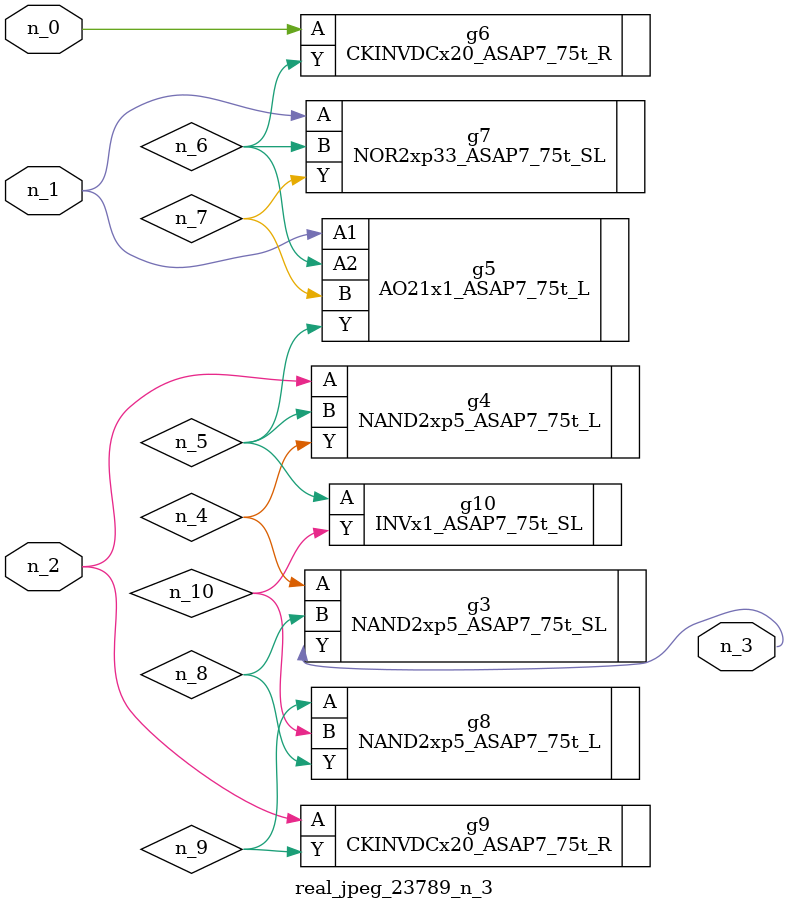
<source format=v>
module real_jpeg_23789_n_3 (n_1, n_0, n_2, n_3);

input n_1;
input n_0;
input n_2;

output n_3;

wire n_5;
wire n_4;
wire n_8;
wire n_6;
wire n_7;
wire n_10;
wire n_9;

CKINVDCx20_ASAP7_75t_R g6 ( 
.A(n_0),
.Y(n_6)
);

AO21x1_ASAP7_75t_L g5 ( 
.A1(n_1),
.A2(n_6),
.B(n_7),
.Y(n_5)
);

NOR2xp33_ASAP7_75t_SL g7 ( 
.A(n_1),
.B(n_6),
.Y(n_7)
);

NAND2xp5_ASAP7_75t_L g4 ( 
.A(n_2),
.B(n_5),
.Y(n_4)
);

CKINVDCx20_ASAP7_75t_R g9 ( 
.A(n_2),
.Y(n_9)
);

NAND2xp5_ASAP7_75t_SL g3 ( 
.A(n_4),
.B(n_8),
.Y(n_3)
);

INVx1_ASAP7_75t_SL g10 ( 
.A(n_5),
.Y(n_10)
);

NAND2xp5_ASAP7_75t_L g8 ( 
.A(n_9),
.B(n_10),
.Y(n_8)
);


endmodule
</source>
